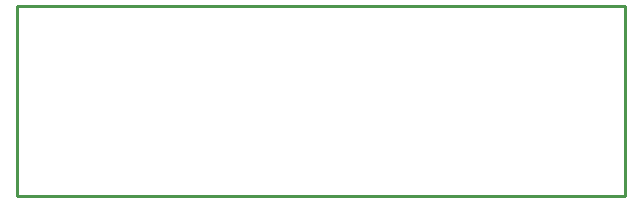
<source format=gko>
G04 Layer: BoardOutline*
G04 EasyEDA v6.4.25, 2021-09-22T10:01:34+05:30*
G04 8cc9cb2f6d7c45b292ba83ed26aff0c4,f7b9aed3ca5c4f10b20383f968238e49,10*
G04 Gerber Generator version 0.2*
G04 Scale: 100 percent, Rotated: No, Reflected: No *
G04 Dimensions in inches *
G04 leading zeros omitted , absolute positions ,3 integer and 6 decimal *
%FSLAX36Y36*%
%MOIN*%

%ADD10C,0.0100*%
D10*
X1840000Y629920D02*
G01*
X2027554Y629920D01*
X2027554Y492125D01*
X2027554Y196849D01*
X2027554Y19684D01*
X1925700Y-1659D02*
G01*
X2027554Y-1659D01*
X2027554Y19684D01*
X1925700Y-1659D02*
G01*
X-699Y-1659D01*
X-699Y628740D01*
X0Y629920D02*
G01*
X1840000Y629920D01*

%LPD*%
M02*

</source>
